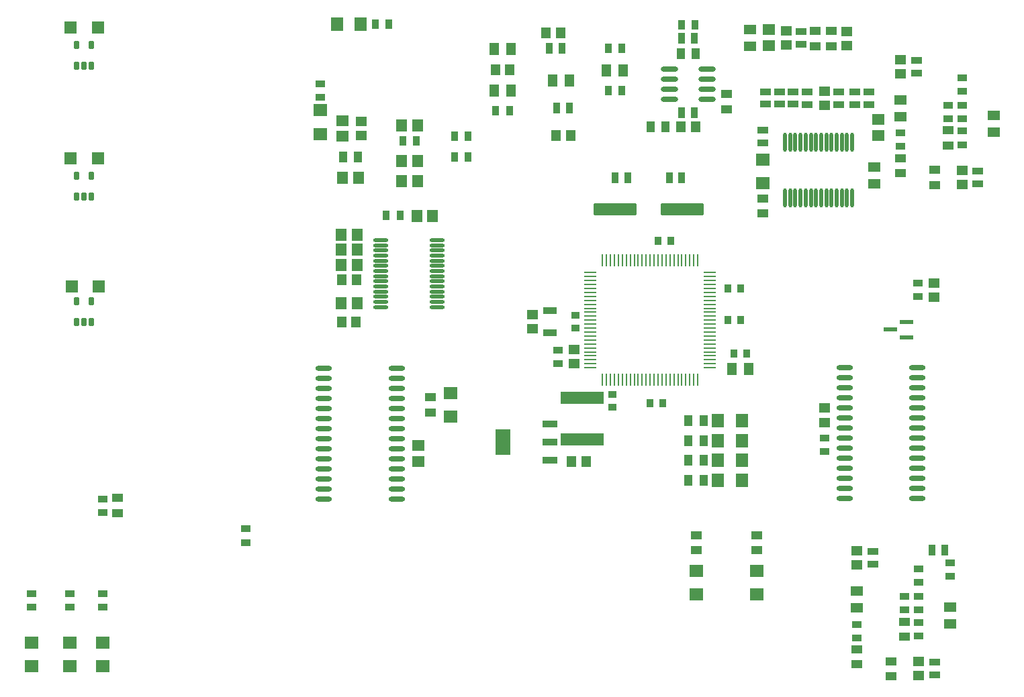
<source format=gtp>
%FSAX43Y43*%
%MOMM*%
G71*
G01*
G75*
G04 Layer_Color=8421504*
%ADD10R,1.450X1.150*%
%ADD11R,1.300X0.850*%
%ADD12R,1.350X0.950*%
%ADD13R,1.400X1.050*%
%ADD14R,1.500X1.250*%
%ADD15R,0.950X1.350*%
%ADD16O,2.050X0.600*%
%ADD17R,1.050X1.400*%
%ADD18R,0.850X1.300*%
%ADD19O,2.200X0.600*%
%ADD20R,1.250X1.500*%
%ADD21R,1.150X1.450*%
%ADD22R,1.400X1.200*%
%ADD23R,1.550X1.350*%
%ADD24R,1.350X1.550*%
%ADD25O,1.900X0.450*%
G04:AMPARAMS|DCode=26|XSize=5.5mm|YSize=1.5mm|CornerRadius=0.188mm|HoleSize=0mm|Usage=FLASHONLY|Rotation=180.000|XOffset=0mm|YOffset=0mm|HoleType=Round|Shape=RoundedRectangle|*
%AMROUNDEDRECTD26*
21,1,5.500,1.125,0,0,180.0*
21,1,5.125,1.500,0,0,180.0*
1,1,0.375,-2.563,0.563*
1,1,0.375,2.563,0.563*
1,1,0.375,2.563,-0.563*
1,1,0.375,-2.563,-0.563*
%
%ADD26ROUNDEDRECTD26*%
%ADD27R,1.800X0.600*%
%ADD28R,0.900X1.000*%
%ADD29R,1.200X1.400*%
%ADD30R,1.000X0.900*%
%ADD31R,5.400X1.550*%
%ADD32R,1.700X0.950*%
%ADD33R,1.900X0.900*%
%ADD34R,1.900X3.200*%
%ADD35R,1.524X1.524*%
G04:AMPARAMS|DCode=36|XSize=0.6mm|YSize=1mm|CornerRadius=0.075mm|HoleSize=0mm|Usage=FLASHONLY|Rotation=0.000|XOffset=0mm|YOffset=0mm|HoleType=Round|Shape=RoundedRectangle|*
%AMROUNDEDRECTD36*
21,1,0.600,0.850,0,0,0.0*
21,1,0.450,1.000,0,0,0.0*
1,1,0.150,0.225,-0.425*
1,1,0.150,-0.225,-0.425*
1,1,0.150,-0.225,0.425*
1,1,0.150,0.225,0.425*
%
%ADD36ROUNDEDRECTD36*%
%ADD37O,0.250X1.550*%
%ADD38O,1.550X0.250*%
%ADD39O,0.450X2.400*%
%ADD40C,0.250*%
%ADD41C,0.500*%
%ADD42C,0.450*%
%ADD43C,1.000*%
%ADD44C,0.750*%
%ADD45C,0.254*%
%ADD46R,1.500X1.500*%
%ADD47C,1.500*%
%ADD48C,3.000*%
%ADD49R,2.000X2.500*%
%ADD50O,2.000X2.500*%
%ADD51C,1.400*%
%ADD52R,1.500X1.500*%
%ADD53C,1.800*%
%ADD54C,8.000*%
%ADD55R,2.500X2.000*%
%ADD56O,2.500X2.000*%
%ADD57R,1.500X1.500*%
%ADD58C,2.950*%
%ADD59C,1.500*%
%ADD60C,1.270*%
%ADD61C,1.016*%
%ADD62C,1.016*%
%ADD63C,1.900*%
%ADD64C,2.500*%
G04:AMPARAMS|DCode=65|XSize=3.2mm|YSize=3.2mm|CornerRadius=0mm|HoleSize=0mm|Usage=FLASHONLY|Rotation=0.000|XOffset=0mm|YOffset=0mm|HoleType=Round|Shape=Relief|Width=0.3mm|Gap=0.3mm|Entries=4|*
%AMTHD65*
7,0,0,3.200,2.600,0.300,45*
%
%ADD65THD65*%
%ADD66C,2.100*%
G04:AMPARAMS|DCode=67|XSize=2.7mm|YSize=2.7mm|CornerRadius=0mm|HoleSize=0mm|Usage=FLASHONLY|Rotation=0.000|XOffset=0mm|YOffset=0mm|HoleType=Round|Shape=Relief|Width=0.3mm|Gap=0.3mm|Entries=4|*
%AMTHD67*
7,0,0,2.700,2.100,0.300,45*
%
%ADD67THD67*%
%ADD68C,1.850*%
G04:AMPARAMS|DCode=69|XSize=2.5mm|YSize=2.5mm|CornerRadius=0mm|HoleSize=0mm|Usage=FLASHONLY|Rotation=0.000|XOffset=0mm|YOffset=0mm|HoleType=Round|Shape=Relief|Width=0.3mm|Gap=0.3mm|Entries=4|*
%AMTHD69*
7,0,0,2.500,1.900,0.300,45*
%
%ADD69THD69*%
%ADD70C,2.000*%
%ADD71C,1.600*%
G04:AMPARAMS|DCode=72|XSize=2.2mm|YSize=2.2mm|CornerRadius=0mm|HoleSize=0mm|Usage=FLASHONLY|Rotation=0.000|XOffset=0mm|YOffset=0mm|HoleType=Round|Shape=Relief|Width=0.3mm|Gap=0.3mm|Entries=4|*
%AMTHD72*
7,0,0,2.200,1.600,0.300,45*
%
%ADD72THD72*%
%ADD73C,4.500*%
%ADD74C,1.900*%
%ADD75C,4.250*%
G04:AMPARAMS|DCode=76|XSize=2.5mm|YSize=2.5mm|CornerRadius=0mm|HoleSize=0mm|Usage=FLASHONLY|Rotation=0.000|XOffset=0mm|YOffset=0mm|HoleType=Round|Shape=Relief|Width=0.3mm|Gap=0.3mm|Entries=4|*
%AMTHD76*
7,0,0,2.500,1.900,0.300,45*
%
%ADD76THD76*%
%ADD77C,2.600*%
G04:AMPARAMS|DCode=78|XSize=2.45mm|YSize=2.45mm|CornerRadius=0mm|HoleSize=0mm|Usage=FLASHONLY|Rotation=0.000|XOffset=0mm|YOffset=0mm|HoleType=Round|Shape=Relief|Width=0.3mm|Gap=0.3mm|Entries=4|*
%AMTHD78*
7,0,0,2.450,1.850,0.300,45*
%
%ADD78THD78*%
%ADD79R,2.500X1.700*%
%ADD80R,1.700X2.500*%
G04:AMPARAMS|DCode=81|XSize=0.6mm|YSize=1mm|CornerRadius=0.075mm|HoleSize=0mm|Usage=FLASHONLY|Rotation=270.000|XOffset=0mm|YOffset=0mm|HoleType=Round|Shape=RoundedRectangle|*
%AMROUNDEDRECTD81*
21,1,0.600,0.850,0,0,270.0*
21,1,0.450,1.000,0,0,270.0*
1,1,0.150,-0.425,-0.225*
1,1,0.150,-0.425,0.225*
1,1,0.150,0.425,0.225*
1,1,0.150,0.425,-0.225*
%
%ADD81ROUNDEDRECTD81*%
%ADD82R,1.524X1.524*%
%ADD83C,0.600*%
%ADD84C,0.400*%
%ADD85C,0.200*%
%ADD86C,0.203*%
%ADD87C,0.127*%
%ADD88C,0.305*%
%ADD89R,1.800X1.600*%
%ADD90R,1.600X1.800*%
D10*
X0319040Y0143650D02*
D03*
Y0141850D02*
D03*
X0324540Y0205650D02*
D03*
Y0203850D02*
D03*
X0311290Y0155850D02*
D03*
Y0157650D02*
D03*
X0248800Y0210040D02*
D03*
Y0211840D02*
D03*
X0307200Y0215640D02*
D03*
Y0213840D02*
D03*
X0310000Y0223190D02*
D03*
Y0221390D02*
D03*
X0302400Y0223290D02*
D03*
Y0221490D02*
D03*
X0316790Y0217850D02*
D03*
Y0219650D02*
D03*
X0321000Y0189640D02*
D03*
Y0191440D02*
D03*
X0307200Y0175640D02*
D03*
Y0173840D02*
D03*
X0275600Y0183040D02*
D03*
Y0181240D02*
D03*
X0270350Y0187440D02*
D03*
Y0185640D02*
D03*
D11*
X0324540Y0215650D02*
D03*
Y0217350D02*
D03*
Y0213850D02*
D03*
Y0212150D02*
D03*
X0316790Y0210350D02*
D03*
Y0208650D02*
D03*
X0324540Y0210600D02*
D03*
Y0208900D02*
D03*
X0322790Y0212150D02*
D03*
Y0213850D02*
D03*
X0319040Y0153650D02*
D03*
Y0155350D02*
D03*
X0323040Y0156100D02*
D03*
Y0154400D02*
D03*
X0319040Y0148600D02*
D03*
Y0146900D02*
D03*
X0319040Y0151850D02*
D03*
Y0150150D02*
D03*
X0317290D02*
D03*
Y0151850D02*
D03*
X0311290Y0148350D02*
D03*
Y0146650D02*
D03*
X0243600Y0214890D02*
D03*
Y0216590D02*
D03*
X0319000Y0191390D02*
D03*
Y0189690D02*
D03*
X0307200Y0170190D02*
D03*
Y0171890D02*
D03*
X0273600Y0181290D02*
D03*
Y0182990D02*
D03*
X0234250Y0160390D02*
D03*
Y0158690D02*
D03*
X0216200Y0164190D02*
D03*
Y0162490D02*
D03*
X0212000Y0152190D02*
D03*
Y0150490D02*
D03*
X0207200Y0152190D02*
D03*
Y0150490D02*
D03*
X0216200Y0152190D02*
D03*
Y0150490D02*
D03*
D12*
X0326540Y0205550D02*
D03*
Y0203950D02*
D03*
X0321040Y0143550D02*
D03*
Y0141950D02*
D03*
X0313290Y0155950D02*
D03*
Y0157550D02*
D03*
X0312800Y0215540D02*
D03*
Y0213940D02*
D03*
X0311000Y0215540D02*
D03*
X0311000Y0213940D02*
D03*
X0309000Y0215540D02*
D03*
X0309000Y0213940D02*
D03*
X0304200Y0223190D02*
D03*
X0304200Y0221590D02*
D03*
X0305000Y0215540D02*
D03*
X0305000Y0213940D02*
D03*
X0303250Y0215590D02*
D03*
Y0213990D02*
D03*
X0301500Y0215590D02*
D03*
X0301500Y0213990D02*
D03*
X0299750Y0215590D02*
D03*
Y0213990D02*
D03*
X0299400Y0210740D02*
D03*
X0299400Y0209140D02*
D03*
X0318790Y0217950D02*
D03*
Y0219550D02*
D03*
D13*
X0321040Y0205700D02*
D03*
Y0203800D02*
D03*
X0322790Y0208800D02*
D03*
Y0210700D02*
D03*
X0316790Y0205300D02*
D03*
Y0207200D02*
D03*
X0317290Y0146800D02*
D03*
Y0148700D02*
D03*
X0315540Y0143700D02*
D03*
Y0141800D02*
D03*
X0311290Y0143300D02*
D03*
Y0145200D02*
D03*
X0294800Y0213390D02*
D03*
Y0215290D02*
D03*
X0308000Y0223240D02*
D03*
Y0221340D02*
D03*
X0306000Y0221340D02*
D03*
Y0223240D02*
D03*
X0299400Y0200190D02*
D03*
Y0202090D02*
D03*
X0257500Y0175090D02*
D03*
Y0176990D02*
D03*
X0218000Y0164290D02*
D03*
Y0162390D02*
D03*
X0291045Y0159625D02*
D03*
Y0157725D02*
D03*
X0298665D02*
D03*
Y0159625D02*
D03*
D14*
X0316790Y0214550D02*
D03*
Y0212450D02*
D03*
X0323040Y0150550D02*
D03*
Y0148450D02*
D03*
X0311290Y0152550D02*
D03*
Y0150450D02*
D03*
X0297800Y0221340D02*
D03*
Y0223440D02*
D03*
X0313500Y0206090D02*
D03*
Y0203990D02*
D03*
X0328540Y0212550D02*
D03*
Y0210450D02*
D03*
D15*
X0322340Y0157750D02*
D03*
X0320740D02*
D03*
X0290800Y0222290D02*
D03*
X0289200Y0222290D02*
D03*
X0275050Y0213540D02*
D03*
X0273450Y0213540D02*
D03*
X0272450Y0221040D02*
D03*
X0274050D02*
D03*
X0280800Y0204740D02*
D03*
X0282400D02*
D03*
X0289200D02*
D03*
X0287600D02*
D03*
X0289200Y0212940D02*
D03*
X0290800D02*
D03*
D16*
X0253270Y0164165D02*
D03*
Y0165435D02*
D03*
Y0166705D02*
D03*
Y0167975D02*
D03*
Y0169245D02*
D03*
Y0170515D02*
D03*
Y0171785D02*
D03*
Y0173055D02*
D03*
Y0174325D02*
D03*
Y0175595D02*
D03*
Y0176865D02*
D03*
Y0178135D02*
D03*
Y0179405D02*
D03*
Y0180675D02*
D03*
X0244070Y0164165D02*
D03*
Y0165435D02*
D03*
Y0166705D02*
D03*
Y0167975D02*
D03*
Y0169245D02*
D03*
Y0170515D02*
D03*
Y0171785D02*
D03*
Y0173055D02*
D03*
Y0174325D02*
D03*
Y0175595D02*
D03*
Y0176865D02*
D03*
Y0178135D02*
D03*
Y0179405D02*
D03*
Y0180675D02*
D03*
X0309695Y0180720D02*
D03*
Y0179450D02*
D03*
Y0178180D02*
D03*
Y0176910D02*
D03*
Y0175640D02*
D03*
Y0174370D02*
D03*
Y0173100D02*
D03*
Y0171830D02*
D03*
Y0170560D02*
D03*
Y0169290D02*
D03*
Y0168020D02*
D03*
Y0166750D02*
D03*
Y0165480D02*
D03*
Y0164210D02*
D03*
X0318895Y0180720D02*
D03*
Y0179450D02*
D03*
Y0178180D02*
D03*
Y0176910D02*
D03*
Y0175640D02*
D03*
Y0174370D02*
D03*
Y0173100D02*
D03*
Y0171830D02*
D03*
Y0170560D02*
D03*
Y0169290D02*
D03*
Y0168020D02*
D03*
Y0166750D02*
D03*
Y0165480D02*
D03*
Y0164210D02*
D03*
D17*
X0289050Y0220340D02*
D03*
X0290950Y0220340D02*
D03*
X0246450Y0207340D02*
D03*
X0248350D02*
D03*
X0285250Y0211140D02*
D03*
X0287150Y0211140D02*
D03*
X0291950Y0169040D02*
D03*
X0290050D02*
D03*
X0291950Y0166540D02*
D03*
X0290050D02*
D03*
X0291950Y0171540D02*
D03*
X0290050Y0171540D02*
D03*
X0291950Y0174040D02*
D03*
X0290050D02*
D03*
D18*
X0289150Y0224040D02*
D03*
X0290850Y0224040D02*
D03*
X0279950Y0215740D02*
D03*
X0281650D02*
D03*
X0279910Y0221030D02*
D03*
X0281610Y0221030D02*
D03*
X0267450Y0213140D02*
D03*
X0265750D02*
D03*
X0254020Y0209400D02*
D03*
X0255720D02*
D03*
X0262250Y0209940D02*
D03*
X0260550D02*
D03*
Y0207340D02*
D03*
X0262250D02*
D03*
X0251950Y0199940D02*
D03*
X0253650D02*
D03*
X0252250Y0224140D02*
D03*
X0250550D02*
D03*
D19*
X0287600Y0218445D02*
D03*
Y0217175D02*
D03*
Y0215905D02*
D03*
Y0214635D02*
D03*
X0292400Y0218445D02*
D03*
Y0217175D02*
D03*
X0292400Y0215905D02*
D03*
X0292400Y0214635D02*
D03*
D20*
X0279710Y0218230D02*
D03*
X0281810D02*
D03*
X0272910Y0217030D02*
D03*
X0275010Y0217030D02*
D03*
X0265550Y0220940D02*
D03*
X0267650Y0220940D02*
D03*
X0267650Y0215740D02*
D03*
X0265550D02*
D03*
X0297650Y0180540D02*
D03*
X0295550D02*
D03*
D21*
X0275150Y0210040D02*
D03*
X0273350D02*
D03*
X0272100Y0223040D02*
D03*
X0273900Y0223040D02*
D03*
X0265700Y0218340D02*
D03*
X0267500Y0218340D02*
D03*
X0246350Y0191820D02*
D03*
X0248150D02*
D03*
X0248100Y0186540D02*
D03*
X0246300D02*
D03*
X0289100Y0211140D02*
D03*
X0290900D02*
D03*
X0275300Y0168940D02*
D03*
X0277100D02*
D03*
D23*
X0246400Y0211940D02*
D03*
Y0209940D02*
D03*
X0314000Y0210040D02*
D03*
Y0212040D02*
D03*
X0300200Y0223390D02*
D03*
Y0221390D02*
D03*
X0256000Y0168940D02*
D03*
Y0170940D02*
D03*
D24*
X0255870Y0204320D02*
D03*
X0253870D02*
D03*
X0255870Y0206860D02*
D03*
X0253870D02*
D03*
X0255870Y0211305D02*
D03*
X0253870D02*
D03*
X0248400Y0204740D02*
D03*
X0246400D02*
D03*
X0255775Y0199875D02*
D03*
X0257775D02*
D03*
X0246250Y0197535D02*
D03*
X0248250D02*
D03*
X0246250Y0195630D02*
D03*
X0248250D02*
D03*
Y0193725D02*
D03*
X0246250D02*
D03*
X0248250Y0188915D02*
D03*
X0246250D02*
D03*
D25*
X0251260Y0196840D02*
D03*
Y0196190D02*
D03*
Y0195540D02*
D03*
Y0194890D02*
D03*
Y0194240D02*
D03*
Y0193590D02*
D03*
Y0192940D02*
D03*
Y0192290D02*
D03*
Y0191640D02*
D03*
Y0190990D02*
D03*
Y0190340D02*
D03*
Y0189690D02*
D03*
Y0189040D02*
D03*
Y0188390D02*
D03*
X0258360Y0196840D02*
D03*
Y0196190D02*
D03*
Y0195540D02*
D03*
Y0194890D02*
D03*
Y0194240D02*
D03*
Y0193590D02*
D03*
Y0192940D02*
D03*
Y0192290D02*
D03*
Y0191640D02*
D03*
Y0190990D02*
D03*
Y0190340D02*
D03*
Y0189690D02*
D03*
Y0189040D02*
D03*
Y0188390D02*
D03*
D26*
X0280750Y0200740D02*
D03*
X0289250D02*
D03*
D27*
X0317500Y0184590D02*
D03*
Y0186490D02*
D03*
X0315500Y0185540D02*
D03*
D28*
X0295000Y0190740D02*
D03*
X0296600D02*
D03*
X0295000Y0186740D02*
D03*
X0296600D02*
D03*
X0295800Y0182540D02*
D03*
X0297400D02*
D03*
X0286800Y0176240D02*
D03*
X0285200D02*
D03*
X0286200Y0196790D02*
D03*
X0287800D02*
D03*
D30*
X0280400Y0177340D02*
D03*
Y0175740D02*
D03*
X0275800Y0187340D02*
D03*
Y0185740D02*
D03*
D31*
X0276600Y0176965D02*
D03*
Y0171715D02*
D03*
D32*
X0272550Y0187940D02*
D03*
Y0185140D02*
D03*
D33*
X0272550Y0169040D02*
D03*
Y0171340D02*
D03*
Y0173640D02*
D03*
D34*
X0266650Y0171340D02*
D03*
D35*
X0215700Y0190975D02*
D03*
X0212271D02*
D03*
X0215570Y0223690D02*
D03*
X0212141D02*
D03*
X0215570Y0207180D02*
D03*
X0212141D02*
D03*
D36*
X0212845Y0189100D02*
D03*
X0214745Y0186500D02*
D03*
X0213795D02*
D03*
X0212845D02*
D03*
X0214745Y0189100D02*
D03*
X0212845Y0204975D02*
D03*
X0214745Y0202375D02*
D03*
X0213795D02*
D03*
X0212845D02*
D03*
X0214745Y0204975D02*
D03*
X0212845Y0221485D02*
D03*
X0214745Y0218885D02*
D03*
X0213795D02*
D03*
X0212845D02*
D03*
X0214745Y0221485D02*
D03*
D37*
X0279200Y0179215D02*
D03*
X0279700D02*
D03*
X0280200D02*
D03*
X0280700D02*
D03*
X0281200D02*
D03*
X0281700D02*
D03*
X0282200D02*
D03*
X0282700D02*
D03*
X0283200D02*
D03*
X0283700D02*
D03*
X0284200D02*
D03*
X0284700D02*
D03*
X0285200D02*
D03*
X0285700D02*
D03*
X0286200D02*
D03*
X0286700D02*
D03*
X0287200D02*
D03*
X0287700D02*
D03*
X0288200D02*
D03*
X0288700D02*
D03*
X0289200D02*
D03*
X0289700D02*
D03*
X0290200D02*
D03*
X0290700D02*
D03*
X0291200D02*
D03*
Y0194265D02*
D03*
X0290700D02*
D03*
X0290200D02*
D03*
X0289700D02*
D03*
X0289200D02*
D03*
X0288700D02*
D03*
X0288200D02*
D03*
X0287700D02*
D03*
X0287200D02*
D03*
X0286700D02*
D03*
X0286200D02*
D03*
X0285700D02*
D03*
X0285200D02*
D03*
X0284700D02*
D03*
X0284200D02*
D03*
X0283700D02*
D03*
X0283200D02*
D03*
X0282700D02*
D03*
X0282200D02*
D03*
X0281700D02*
D03*
X0281200D02*
D03*
X0280700D02*
D03*
X0280200D02*
D03*
X0279700D02*
D03*
X0279200D02*
D03*
D38*
X0292725Y0180740D02*
D03*
Y0181240D02*
D03*
Y0181740D02*
D03*
Y0182240D02*
D03*
Y0182740D02*
D03*
Y0183240D02*
D03*
Y0183740D02*
D03*
Y0184240D02*
D03*
Y0184740D02*
D03*
Y0185240D02*
D03*
Y0185740D02*
D03*
Y0186240D02*
D03*
Y0186740D02*
D03*
Y0187240D02*
D03*
Y0187740D02*
D03*
Y0188240D02*
D03*
Y0188740D02*
D03*
Y0189240D02*
D03*
Y0189740D02*
D03*
Y0190240D02*
D03*
Y0190740D02*
D03*
Y0191240D02*
D03*
Y0191740D02*
D03*
Y0192240D02*
D03*
Y0192740D02*
D03*
X0277675D02*
D03*
Y0192240D02*
D03*
Y0191740D02*
D03*
Y0191240D02*
D03*
Y0190740D02*
D03*
Y0190240D02*
D03*
Y0189740D02*
D03*
Y0189240D02*
D03*
Y0188740D02*
D03*
Y0188240D02*
D03*
Y0187740D02*
D03*
Y0187240D02*
D03*
Y0186740D02*
D03*
Y0186240D02*
D03*
Y0185740D02*
D03*
Y0185240D02*
D03*
Y0184740D02*
D03*
Y0184240D02*
D03*
Y0183740D02*
D03*
Y0183240D02*
D03*
Y0182740D02*
D03*
Y0182240D02*
D03*
Y0181740D02*
D03*
Y0181240D02*
D03*
Y0180740D02*
D03*
D39*
X0302210Y0202185D02*
D03*
X0302860D02*
D03*
X0303510D02*
D03*
X0304160D02*
D03*
X0304810D02*
D03*
X0305460D02*
D03*
X0306110D02*
D03*
X0306760D02*
D03*
X0307410D02*
D03*
X0308060D02*
D03*
X0308710D02*
D03*
X0309360D02*
D03*
X0310010D02*
D03*
X0310660D02*
D03*
X0302210Y0209185D02*
D03*
X0302860D02*
D03*
X0303510D02*
D03*
X0304160D02*
D03*
X0304810D02*
D03*
X0305460D02*
D03*
X0306110D02*
D03*
X0306760D02*
D03*
X0307410D02*
D03*
X0308060D02*
D03*
X0308710D02*
D03*
X0309360D02*
D03*
X0310010D02*
D03*
X0310660D02*
D03*
D89*
X0243600Y0213240D02*
D03*
Y0210240D02*
D03*
X0299400Y0207040D02*
D03*
Y0204040D02*
D03*
X0260000Y0177540D02*
D03*
Y0174540D02*
D03*
X0207200Y0146040D02*
D03*
Y0143040D02*
D03*
X0212000D02*
D03*
Y0146040D02*
D03*
X0298665Y0152095D02*
D03*
Y0155095D02*
D03*
X0291045D02*
D03*
Y0152095D02*
D03*
X0216200Y0146040D02*
D03*
Y0143040D02*
D03*
D90*
X0296750Y0171540D02*
D03*
X0293750D02*
D03*
X0296750Y0166540D02*
D03*
X0293750D02*
D03*
X0296750Y0169040D02*
D03*
X0293750Y0169040D02*
D03*
X0296750Y0174040D02*
D03*
X0293750Y0174040D02*
D03*
X0248700Y0224140D02*
D03*
X0245700D02*
D03*
M02*

</source>
